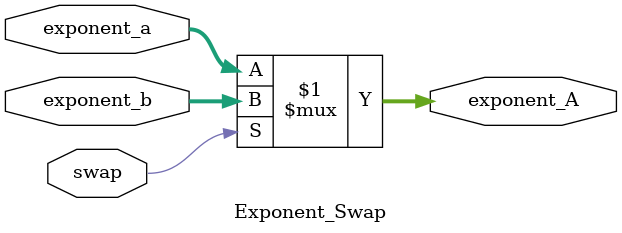
<source format=v>
`timescale 1ns / 1ps


module Exponent_Swap(
input [7:0] exponent_a,  //Exponente a antes del cambio
input [7:0] exponent_b,  //Exponente b antes del cambio
input swap,                      // Nos llega desde la resta de exponentes, si es 1 hay que swapear las mantisas, sino no
output [7:0] exponent_A //Exponente a después del cambio
//output equals
    );
//assign equals = (exponent_a == exponent_b) ? 1'b1: 1'b0; 
assign exponent_A = swap ? exponent_b : exponent_a;
assign exponent_B = swap ? exponent_a : exponent_b;
endmodule
</source>
